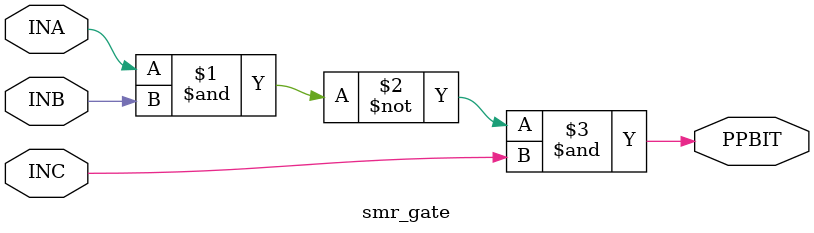
<source format=v>
module smr_gate ( INA, INB, INC, PPBIT );
   input  INA;
   input  INB;
   input  INC;
   output PPBIT;
   assign PPBIT = ( ~ (INA & INB)) & INC;
endmodule
</source>
